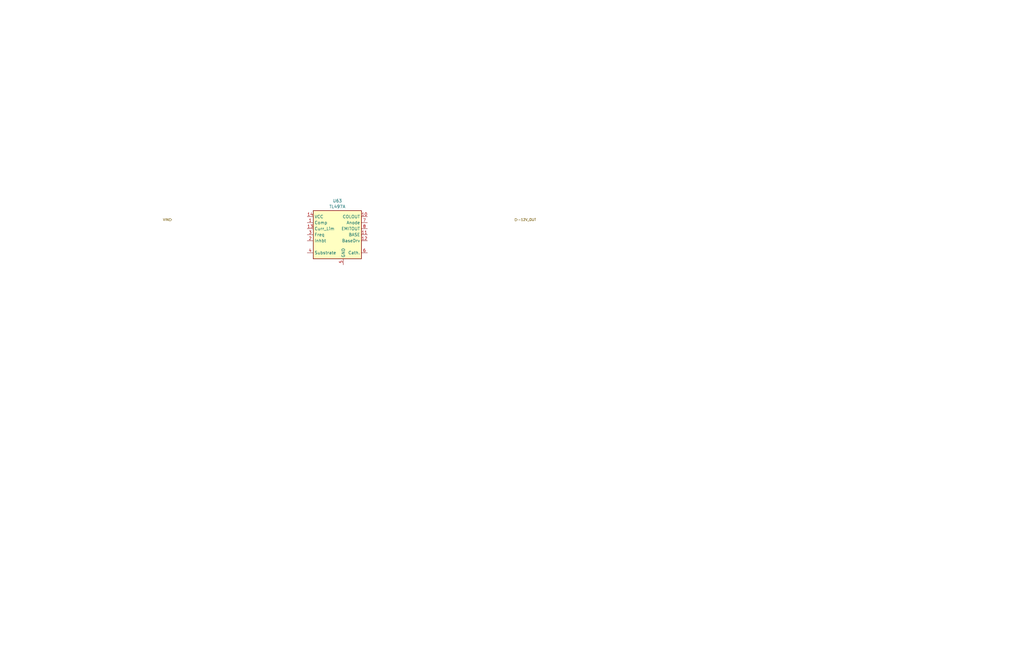
<source format=kicad_sch>
(kicad_sch (version 20250114) (generator "eeschema") (generator_version "9.0")
  (paper "B")
  (lib_symbols
    (symbol "Regulator_Switching:TL497A"
      (property "Reference" "U" (at -10.16 11.43 0))
      (property "Value" "TL497A" (at 1.27 11.43 0))
      (symbol "TL497A_0_1"
        (rectangle (start -10.16 10.16) (end 10.16 -10.16) (stroke (width 0.254)) (fill (type background)))
      )
      (symbol "TL497A_1_1"
        (pin power_in line (at -12.7 7.62 0) (length 2.54) (name "VCC") (number "14"))
        (pin input line (at -12.7 5.08 0) (length 2.54) (name "Comp") (number "1"))
        (pin input line (at -12.7 2.54 0) (length 2.54) (name "Curr_Lim") (number "13"))
        (pin input line (at -12.7 0 0) (length 2.54) (name "Freq") (number "3"))
        (pin input line (at -12.7 -2.54 0) (length 2.54) (name "Inhbt") (number "2"))
        (pin input line (at -12.7 -7.62 0) (length 2.54) (name "Substrate") (number "4"))
        (pin no_connect line (at -10.16 -5.08 0) (length 2.54) (hide yes) (name "NC") (number "9"))
        (pin power_in line (at 2.54 -12.7 90) (length 2.54) (name "GND") (number "5"))
        (pin open_collector line (at 12.7 7.62 180) (length 2.54) (name "COLOUT") (number "10"))
        (pin passive line (at 12.7 5.08 180) (length 2.54) (name "Anode") (number "7"))
        (pin open_emitter line (at 12.7 2.54 180) (length 2.54) (name "EMITOUT") (number "8"))
        (pin passive line (at 12.7 0 180) (length 2.54) (name "BASE") (number "11"))
        (pin passive line (at 12.7 -2.54 180) (length 2.54) (name "BaseDrv") (number "12"))
        (pin passive line (at 12.7 -7.62 180) (length 2.54) (name "Cath.") (number "6"))
      )
    )
  )
  (hierarchical_label "VIN" (shape input) (at 72.39 92.71 180) (effects (font (size 1 1))))
  (hierarchical_label "-12V_OUT" (shape output) (at 217.17 92.71 0) (effects (font (size 1 1))))
  (symbol (lib_id "Regulator_Switching:TL497A") (at 142.24 99.06 0) (unit 1)
    (property "Reference" "U63" (at 142.24 84.7555 0))
    (property "Value" "TL497A" (at 142.24 87.1798 0))
    (property "Datasheet" "http://www.ti.com/lit/ds/symlink/tl497a.pdf" (effects (hide yes)))
    (property "Description" "500mA step up/step down switching regulator" (effects (hide yes)))
  )
)
</source>
